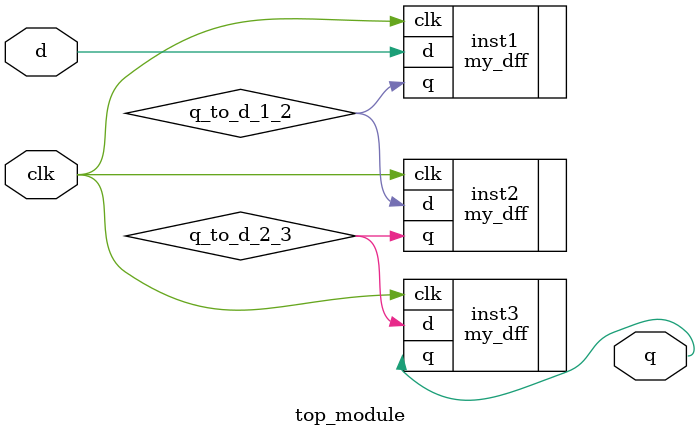
<source format=v>
/*
You are given a module my_dff with two inputs and one output (that implements a D flip-flop). Instantiate three of them, then chain them together to make a shift register of length 3. 
The clk port needs to be connected to all instances.
*/

module top_module ( input clk, input d, output q );
    
    wire q_to_d_1_2;
    wire q_to_d_2_3;
    
    my_dff inst1 (.clk(clk), .d(d), .q(q_to_d_1_2));
    my_dff inst2 (.clk(clk), .d(q_to_d_1_2), .q(q_to_d_2_3));
    my_dff inst3 (.clk(clk), .d(q_to_d_2_3), .q(q));
    

endmodule


</source>
